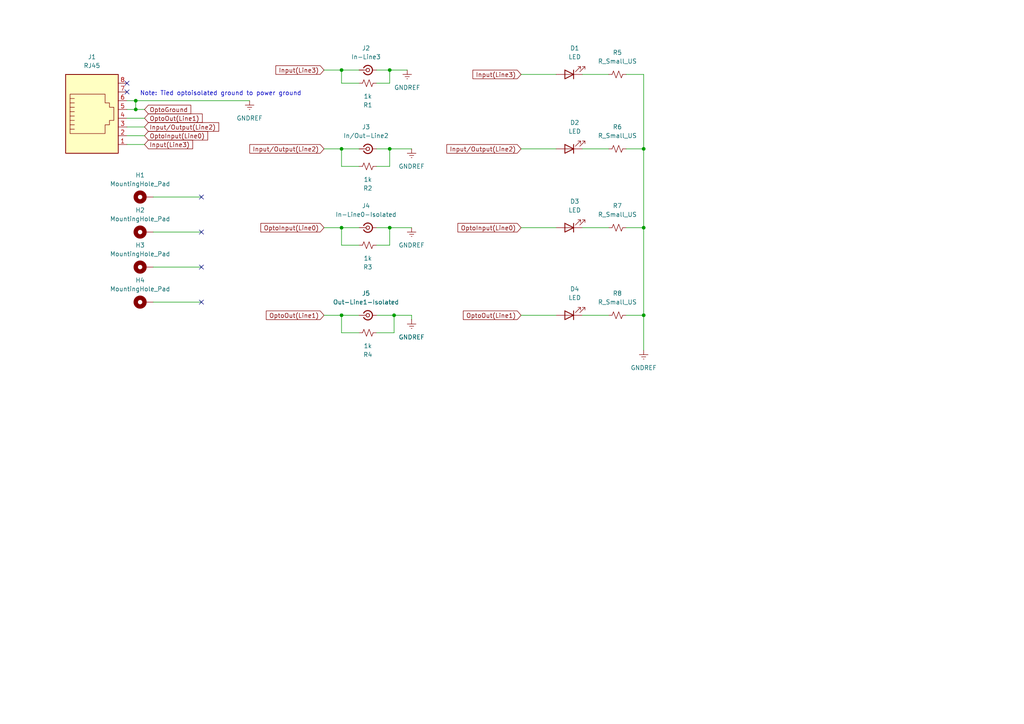
<source format=kicad_sch>
(kicad_sch (version 20231120) (generator "eeschema") (generator_version "8.0")
  (paper "A4")
  (title_block (date "2024-10-15") (rev "v1.1"))
  (lib_symbols
    (symbol "Connector:Conn_Coaxial_Small" (pin_numbers hide) (pin_names (offset 1.016) hide)
      (property "Reference" "J" (at 0.254 3.048 0))
      (property "Value" "Conn_Coaxial_Small" (at 0 -3.81 0))
      (symbol "Conn_Coaxial_Small_0_1"
        (polyline (pts (xy -2.54 0) (xy -0.508 0)))
        (circle (center 0 0) (radius 0.508) (stroke (width 0.2032)))
      )
      (symbol "Conn_Coaxial_Small_1_1"
        (arc (start -1.1916 -0.6311) (mid 0.327 -1.3081) (end 1.3484 0.0039) (stroke (width 0.3048)))
        (arc (start 1.3484 -0.0039) (mid 0.327 1.3081) (end -1.1916 0.6311) (stroke (width 0.3048)))
        (pin passive line (at -2.54 0 0) (length 1.27) (name "In") (number "1"))
        (pin passive line (at 2.54 0 180) (length 1.27) (name "Ext") (number "2"))
      )
    )
    (symbol "Connector:RJ45" (pin_names (offset 1.016))
      (property "Reference" "J" (at -5.08 13.97 0))
      (property "Value" "RJ45" (at 2.54 13.97 0))
      (symbol "RJ45_0_1"
        (polyline (pts (xy -5.08 4.445) (xy -6.35 4.445)))
        (polyline (pts (xy -5.08 5.715) (xy -6.35 5.715)))
        (polyline (pts (xy -6.35 -3.175) (xy -5.08 -3.175) (xy -5.08 -3.175)))
        (polyline (pts (xy -6.35 -1.905) (xy -5.08 -1.905) (xy -5.08 -1.905)))
        (polyline (pts (xy -6.35 -0.635) (xy -5.08 -0.635) (xy -5.08 -0.635)))
        (polyline (pts (xy -6.35 0.635) (xy -5.08 0.635) (xy -5.08 0.635)))
        (polyline (pts (xy -6.35 1.905) (xy -5.08 1.905) (xy -5.08 1.905)))
        (polyline (pts (xy -5.08 3.175) (xy -6.35 3.175) (xy -6.35 3.175)))
        (polyline (pts (xy -6.35 -4.445) (xy -6.35 6.985) (xy 3.81 6.985) (xy 3.81 4.445) (xy 5.08 4.445) (xy 5.08 3.175) (xy 6.35 3.175) (xy 6.35 -0.635) (xy 5.08 -0.635) (xy 5.08 -1.905) (xy 3.81 -1.905) (xy 3.81 -4.445) (xy -6.35 -4.445) (xy -6.35 -4.445)))
        (rectangle (start 7.62 12.7) (end -7.62 -10.16) (stroke (width 0.254)) (fill (type background)))
      )
      (symbol "RJ45_1_1"
        (pin passive line (at 10.16 -7.62 180) (length 2.54) (name "~") (number "1"))
        (pin passive line (at 10.16 -5.08 180) (length 2.54) (name "~") (number "2"))
        (pin passive line (at 10.16 -2.54 180) (length 2.54) (name "~") (number "3"))
        (pin passive line (at 10.16 0 180) (length 2.54) (name "~") (number "4"))
        (pin passive line (at 10.16 2.54 180) (length 2.54) (name "~") (number "5"))
        (pin passive line (at 10.16 5.08 180) (length 2.54) (name "~") (number "6"))
        (pin passive line (at 10.16 7.62 180) (length 2.54) (name "~") (number "7"))
        (pin passive line (at 10.16 10.16 180) (length 2.54) (name "~") (number "8"))
      )
    )
    (symbol "Device:LED" (pin_numbers hide) (pin_names (offset 1.016) hide)
      (property "Reference" "D" (at 0 2.54 0))
      (property "Value" "LED" (at 0 -2.54 0))
      (symbol "LED_0_1"
        (polyline (pts (xy -1.27 -1.27) (xy -1.27 1.27)) (stroke (width 0.254)))
        (polyline (pts (xy -1.27 0) (xy 1.27 0)))
        (polyline (pts (xy 1.27 -1.27) (xy 1.27 1.27) (xy -1.27 0) (xy 1.27 -1.27)) (stroke (width 0.254)))
        (polyline (pts (xy -3.048 -0.762) (xy -4.572 -2.286) (xy -3.81 -2.286) (xy -4.572 -2.286) (xy -4.572 -1.524)))
        (polyline (pts (xy -1.778 -0.762) (xy -3.302 -2.286) (xy -2.54 -2.286) (xy -3.302 -2.286) (xy -3.302 -1.524)))
      )
      (symbol "LED_1_1"
        (pin passive line (at -3.81 0 0) (length 2.54) (name "K") (number "1"))
        (pin passive line (at 3.81 0 180) (length 2.54) (name "A") (number "2"))
      )
    )
    (symbol "Device:R_Small_US" (pin_numbers hide) (pin_names (offset 0.254) hide)
      (property "Reference" "R" (at 0.762 0.508 0))
      (property "Value" "R_Small_US" (at 0.762 -1.016 0))
      (symbol "R_Small_US_1_1"
        (polyline (pts (xy 0 0) (xy 1.016 -0.381) (xy 0 -0.762) (xy -1.016 -1.143) (xy 0 -1.524)))
        (polyline (pts (xy 0 1.524) (xy 1.016 1.143) (xy 0 0.762) (xy -1.016 0.381) (xy 0 0)))
        (pin passive line (at 0 2.54 270) (length 1.016) (name "~") (number "1"))
        (pin passive line (at 0 -2.54 90) (length 1.016) (name "~") (number "2"))
      )
    )
    (symbol "Mechanical:MountingHole_Pad" (pin_numbers hide) (pin_names (offset 1.016) hide) (exclude_from_sim yes) (in_bom no)
      (property "Reference" "H" (at 0 6.35 0))
      (property "Value" "MountingHole_Pad" (at 0 4.445 0))
      (symbol "MountingHole_Pad_0_1"
        (circle (center 0 1.27) (radius 1.27) (stroke (width 1.27)))
      )
      (symbol "MountingHole_Pad_1_1"
        (pin input line (at 0 -2.54 90) (length 2.54) (name "1") (number "1"))
      )
    )
    (symbol "power:GNDREF" (power) (pin_numbers hide) (pin_names (offset 0) hide)
      (property "Value" "GNDREF" (at 0 -3.81 0))
      (symbol "GNDREF_0_1"
        (polyline (pts (xy -0.635 -1.905) (xy 0.635 -1.905)))
        (polyline (pts (xy -0.127 -2.54) (xy 0.127 -2.54)))
        (polyline (pts (xy 0 -1.27) (xy 0 0)))
        (polyline (pts (xy 1.27 -1.27) (xy -1.27 -1.27)))
      )
      (symbol "GNDREF_1_1"
        (pin power_in line (at 0 0 270) (length 0) (name "~") (number "1"))
      )
    )
  )
  (junction (at 113.03 66.04))
  (junction (at 114.3 91.44))
  (junction (at 113.03 43.18))
  (junction (at 99.06 66.04))
  (junction (at 186.69 91.44))
  (junction (at 39.37 29.21))
  (junction (at 99.06 91.44))
  (junction (at 113.03 20.32))
  (junction (at 186.69 66.04))
  (junction (at 99.06 20.32))
  (junction (at 186.69 43.18))
  (junction (at 99.06 43.18))
  (junction (at 39.37 31.75))
  (no_connect (at 58.42 87.63))
  (no_connect (at 36.83 26.67))
  (no_connect (at 58.42 67.31))
  (no_connect (at 36.83 24.13))
  (no_connect (at 58.42 57.15))
  (no_connect (at 58.42 77.47))
  (wire (pts (xy 39.37 31.75) (xy 41.91 31.75)))
  (wire (pts (xy 151.13 91.44) (xy 161.29 91.44)))
  (wire (pts (xy 93.98 91.44) (xy 99.06 91.44)))
  (wire (pts (xy 168.91 91.44) (xy 176.53 91.44)))
  (wire (pts (xy 44.45 67.31) (xy 58.42 67.31)))
  (wire (pts (xy 36.83 39.37) (xy 41.91 39.37)))
  (wire (pts (xy 109.22 24.13) (xy 113.03 24.13)))
  (wire (pts (xy 168.91 43.18) (xy 176.53 43.18)))
  (wire (pts (xy 99.06 24.13) (xy 99.06 20.32)))
  (wire (pts (xy 186.69 43.18) (xy 186.69 66.04)))
  (wire (pts (xy 109.22 48.26) (xy 113.03 48.26)))
  (wire (pts (xy 36.83 41.91) (xy 41.91 41.91)))
  (wire (pts (xy 104.14 71.12) (xy 99.06 71.12)))
  (wire (pts (xy 109.22 20.32) (xy 113.03 20.32)))
  (wire (pts (xy 36.83 29.21) (xy 39.37 29.21)))
  (wire (pts (xy 186.69 66.04) (xy 186.69 91.44)))
  (wire (pts (xy 113.03 66.04) (xy 119.38 66.04)))
  (wire (pts (xy 151.13 43.18) (xy 161.29 43.18)))
  (wire (pts (xy 39.37 29.21) (xy 39.37 31.75)))
  (wire (pts (xy 114.3 91.44) (xy 109.22 91.44)))
  (wire (pts (xy 114.3 96.52) (xy 114.3 91.44)))
  (wire (pts (xy 36.83 34.29) (xy 41.91 34.29)))
  (wire (pts (xy 36.83 31.75) (xy 39.37 31.75)))
  (wire (pts (xy 113.03 71.12) (xy 113.03 66.04)))
  (wire (pts (xy 58.42 87.63) (xy 44.45 87.63)))
  (wire (pts (xy 104.14 24.13) (xy 99.06 24.13)))
  (wire (pts (xy 181.61 66.04) (xy 186.69 66.04)))
  (wire (pts (xy 99.06 71.12) (xy 99.06 66.04)))
  (wire (pts (xy 181.61 21.59) (xy 186.69 21.59)))
  (wire (pts (xy 99.06 66.04) (xy 104.14 66.04)))
  (wire (pts (xy 151.13 21.59) (xy 161.29 21.59)))
  (wire (pts (xy 186.69 21.59) (xy 186.69 43.18)))
  (wire (pts (xy 99.06 48.26) (xy 99.06 43.18)))
  (wire (pts (xy 36.83 36.83) (xy 41.91 36.83)))
  (wire (pts (xy 44.45 57.15) (xy 58.42 57.15)))
  (wire (pts (xy 151.13 66.04) (xy 161.29 66.04)))
  (wire (pts (xy 93.98 66.04) (xy 99.06 66.04)))
  (wire (pts (xy 119.38 91.44) (xy 114.3 91.44)))
  (wire (pts (xy 93.98 43.18) (xy 99.06 43.18)))
  (wire (pts (xy 109.22 66.04) (xy 113.03 66.04)))
  (wire (pts (xy 109.22 71.12) (xy 113.03 71.12)))
  (wire (pts (xy 39.37 29.21) (xy 72.39 29.21)))
  (wire (pts (xy 99.06 20.32) (xy 104.14 20.32)))
  (wire (pts (xy 119.38 91.44) (xy 119.38 92.71)))
  (wire (pts (xy 113.03 43.18) (xy 119.38 43.18)))
  (wire (pts (xy 186.69 91.44) (xy 186.69 101.6)))
  (wire (pts (xy 99.06 96.52) (xy 99.06 91.44)))
  (wire (pts (xy 104.14 48.26) (xy 99.06 48.26)))
  (wire (pts (xy 109.22 43.18) (xy 113.03 43.18)))
  (wire (pts (xy 113.03 48.26) (xy 113.03 43.18)))
  (wire (pts (xy 181.61 91.44) (xy 186.69 91.44)))
  (wire (pts (xy 113.03 20.32) (xy 118.11 20.32)))
  (wire (pts (xy 99.06 91.44) (xy 104.14 91.44)))
  (wire (pts (xy 99.06 43.18) (xy 104.14 43.18)))
  (wire (pts (xy 113.03 24.13) (xy 113.03 20.32)))
  (wire (pts (xy 104.14 96.52) (xy 99.06 96.52)))
  (wire (pts (xy 109.22 96.52) (xy 114.3 96.52)))
  (wire (pts (xy 44.45 77.47) (xy 58.42 77.47)))
  (wire (pts (xy 93.98 20.32) (xy 99.06 20.32)))
  (wire (pts (xy 181.61 43.18) (xy 186.69 43.18)))
  (wire (pts (xy 168.91 21.59) (xy 176.53 21.59)))
  (wire (pts (xy 168.91 66.04) (xy 176.53 66.04)))
  (text "Note: Tied optoisolated ground to power ground" (at 64.008 27.178 0) (effects (font (size 1.27 1.27))))
  (global_label "Input{slash}Output(Line2)" (shape input) (at 93.98 43.18 180) (property "Intersheetrefs" "${INTERSHEET_REFS}" (effects (hide yes))))
  (global_label "OptoInput(Line0)" (shape input) (at 93.98 66.04 180) (property "Intersheetrefs" "${INTERSHEET_REFS}" (effects (hide yes))))
  (global_label "OptoOut(Line1)" (shape input) (at 151.13 91.44 180) (property "Intersheetrefs" "${INTERSHEET_REFS}" (effects (hide yes))))
  (global_label "OptoInput(Line0)" (shape input) (at 151.13 66.04 180) (property "Intersheetrefs" "${INTERSHEET_REFS}" (effects (hide yes))))
  (global_label "Input(Line3)" (shape input) (at 41.91 41.91 0) (property "Intersheetrefs" "${INTERSHEET_REFS}" (effects (hide yes))))
  (global_label "Input{slash}Output(Line2)" (shape input) (at 41.91 36.83 0) (property "Intersheetrefs" "${INTERSHEET_REFS}" (effects (hide yes))))
  (global_label "Input(Line3)" (shape input) (at 93.98 20.32 180) (property "Intersheetrefs" "${INTERSHEET_REFS}" (effects (hide yes))))
  (global_label "Input{slash}Output(Line2)" (shape input) (at 151.13 43.18 180) (property "Intersheetrefs" "${INTERSHEET_REFS}" (effects (hide yes))))
  (global_label "OptoOut(Line1)" (shape input) (at 93.98 91.44 180) (property "Intersheetrefs" "${INTERSHEET_REFS}" (effects (hide yes))))
  (global_label "OptoInput(Line0)" (shape input) (at 41.91 39.37 0) (property "Intersheetrefs" "${INTERSHEET_REFS}" (effects (hide yes))))
  (global_label "OptoGround" (shape input) (at 41.91 31.75 0) (property "Intersheetrefs" "${INTERSHEET_REFS}" (effects (hide yes))))
  (global_label "Input(Line3)" (shape input) (at 151.13 21.59 180) (property "Intersheetrefs" "${INTERSHEET_REFS}" (effects (hide yes))))
  (global_label "OptoOut(Line1)" (shape input) (at 41.91 34.29 0) (property "Intersheetrefs" "${INTERSHEET_REFS}" (effects (hide yes))))
  (symbol (lib_id "Device:R_Small_US") (at 179.07 66.04 90) (unit 1)
    (property "Reference" "R7" (at 179.07 59.69 90))
    (property "Value" "R_Small_US" (at 179.07 62.23 90))
    (property "Footprint" "Resistor_SMD:R_0805_2012Metric" (effects (hide yes)))
    (property "Description" "Resistor, small US symbol" (effects (hide yes)))
  )
  (symbol (lib_id "Device:R_Small_US") (at 179.07 43.18 90) (unit 1)
    (property "Reference" "R6" (at 179.07 36.83 90))
    (property "Value" "R_Small_US" (at 179.07 39.37 90))
    (property "Footprint" "Resistor_SMD:R_0805_2012Metric" (effects (hide yes)))
    (property "Description" "Resistor, small US symbol" (effects (hide yes)))
  )
  (symbol (lib_id "Device:LED") (at 165.1 43.18 180) (unit 1)
    (property "Reference" "D2" (at 166.6875 35.56 0))
    (property "Value" "LED" (at 166.6875 38.1 0))
    (property "Footprint" "LED_SMD:LED_0805_2012Metric" (effects (hide yes)))
    (property "Description" "Light emitting diode" (effects (hide yes)))
  )
  (symbol (lib_id "Device:LED") (at 165.1 91.44 180) (unit 1)
    (property "Reference" "D4" (at 166.6875 83.82 0))
    (property "Value" "LED" (at 166.6875 86.36 0))
    (property "Footprint" "LED_SMD:LED_0805_2012Metric" (effects (hide yes)))
    (property "Description" "Light emitting diode" (effects (hide yes)))
  )
  (symbol (lib_id "Device:R_Small_US") (at 106.68 48.26 90) (unit 1)
    (property "Reference" "R2" (at 106.68 54.61 90))
    (property "Value" "1k" (at 106.68 52.07 90))
    (property "Footprint" "Resistor_SMD:R_0805_2012Metric" (effects (hide yes)))
    (property "Description" "Resistor, small US symbol" (effects (hide yes)))
  )
  (symbol (lib_id "power:GNDREF") (at 119.38 66.04 0) (unit 1)
    (property "Reference" "#PWR06" (effects (hide yes)))
    (property "Value" "GNDREF" (at 119.38 71.12 0))
    (property "Description" "Power symbol creates a global label with name \"GNDREF\" , reference supply ground" (effects (hide yes)))
  )
  (symbol (lib_id "power:GNDREF") (at 119.38 92.71 0) (unit 1)
    (property "Reference" "#PWR07" (effects (hide yes)))
    (property "Value" "GNDREF" (at 119.38 97.79 0))
    (property "Description" "Power symbol creates a global label with name \"GNDREF\" , reference supply ground" (effects (hide yes)))
  )
  (symbol (lib_id "Mechanical:MountingHole_Pad") (at 41.91 67.31 90) (unit 1) (exclude_from_sim yes) (in_bom no)
    (property "Reference" "H2" (at 40.64 60.96 90))
    (property "Value" "MountingHole_Pad" (at 40.64 63.5 90))
    (property "Footprint" "MountingHole:MountingHole_4.3mm_M4_Pad" (effects (hide yes)))
    (property "Description" "Mounting Hole with connection" (effects (hide yes)))
  )
  (symbol (lib_id "Device:R_Small_US") (at 179.07 21.59 90) (unit 1)
    (property "Reference" "R5" (at 179.07 15.24 90))
    (property "Value" "R_Small_US" (at 179.07 17.78 90))
    (property "Footprint" "Resistor_SMD:R_0805_2012Metric" (effects (hide yes)))
    (property "Description" "Resistor, small US symbol" (effects (hide yes)))
  )
  (symbol (lib_id "Device:R_Small_US") (at 106.68 71.12 90) (unit 1)
    (property "Reference" "R3" (at 106.68 77.47 90))
    (property "Value" "1k" (at 106.68 74.93 90))
    (property "Footprint" "Resistor_SMD:R_0805_2012Metric" (effects (hide yes)))
    (property "Description" "Resistor, small US symbol" (effects (hide yes)))
  )
  (symbol (lib_id "Device:LED") (at 165.1 21.59 180) (unit 1)
    (property "Reference" "D1" (at 166.6875 13.97 0))
    (property "Value" "LED" (at 166.6875 16.51 0))
    (property "Footprint" "LED_SMD:LED_0805_2012Metric" (effects (hide yes)))
    (property "Description" "Light emitting diode" (effects (hide yes)))
  )
  (symbol (lib_id "power:GNDREF") (at 186.69 101.6 0) (unit 1)
    (property "Reference" "#PWR04" (effects (hide yes)))
    (property "Value" "GNDREF" (at 186.69 106.68 0))
    (property "Description" "Power symbol creates a global label with name \"GNDREF\" , reference supply ground" (effects (hide yes)))
  )
  (symbol (lib_id "Mechanical:MountingHole_Pad") (at 41.91 57.15 90) (unit 1) (exclude_from_sim yes) (in_bom no)
    (property "Reference" "H1" (at 40.64 50.8 90))
    (property "Value" "MountingHole_Pad" (at 40.64 53.34 90))
    (property "Footprint" "MountingHole:MountingHole_4.3mm_M4_Pad" (effects (hide yes)))
    (property "Description" "Mounting Hole with connection" (effects (hide yes)))
  )
  (symbol (lib_id "Mechanical:MountingHole_Pad") (at 41.91 87.63 90) (unit 1) (exclude_from_sim yes) (in_bom no)
    (property "Reference" "H4" (at 40.64 81.28 90))
    (property "Value" "MountingHole_Pad" (at 40.64 83.82 90))
    (property "Footprint" "MountingHole:MountingHole_4.3mm_M4_Pad" (effects (hide yes)))
    (property "Description" "Mounting Hole with connection" (effects (hide yes)))
  )
  (symbol (lib_id "power:GNDREF") (at 119.38 43.18 0) (unit 1)
    (property "Reference" "#PWR03" (effects (hide yes)))
    (property "Value" "GNDREF" (at 119.38 48.26 0))
    (property "Description" "Power symbol creates a global label with name \"GNDREF\" , reference supply ground" (effects (hide yes)))
  )
  (symbol (lib_id "power:GNDREF") (at 72.39 29.21 0) (unit 1)
    (property "Reference" "#PWR01" (effects (hide yes)))
    (property "Value" "GNDREF" (at 72.39 34.29 0))
    (property "Description" "Power symbol creates a global label with name \"GNDREF\" , reference supply ground" (effects (hide yes)))
  )
  (symbol (lib_id "Device:R_Small_US") (at 179.07 91.44 90) (unit 1)
    (property "Reference" "R8" (at 179.07 85.09 90))
    (property "Value" "R_Small_US" (at 179.07 87.63 90))
    (property "Footprint" "Resistor_SMD:R_0805_2012Metric" (effects (hide yes)))
    (property "Description" "Resistor, small US symbol" (effects (hide yes)))
  )
  (symbol (lib_id "Connector:Conn_Coaxial_Small") (at 106.68 43.18 0) (unit 1)
    (property "Reference" "J3" (at 106.1604 36.83 0))
    (property "Value" "In/Out-Line2" (at 106.1604 39.37 0))
    (property "Footprint" "Library:LINX_CONBNC002" (effects (hide yes)))
    (property "Description" "small coaxial connector (BNC, SMA, SMB, SMC, Cinch/RCA, LEMO, ...)" (effects (hide yes)))
  )
  (symbol (lib_id "Mechanical:MountingHole_Pad") (at 41.91 77.47 90) (unit 1) (exclude_from_sim yes) (in_bom no)
    (property "Reference" "H3" (at 40.64 71.12 90))
    (property "Value" "MountingHole_Pad" (at 40.64 73.66 90))
    (property "Footprint" "MountingHole:MountingHole_4.3mm_M4_Pad" (effects (hide yes)))
    (property "Description" "Mounting Hole with connection" (effects (hide yes)))
  )
  (symbol (lib_id "power:GNDREF") (at 118.11 20.32 0) (unit 1)
    (property "Reference" "#PWR02" (effects (hide yes)))
    (property "Value" "GNDREF" (at 118.11 25.4 0))
    (property "Description" "Power symbol creates a global label with name \"GNDREF\" , reference supply ground" (effects (hide yes)))
  )
  (symbol (lib_id "Device:LED") (at 165.1 66.04 180) (unit 1)
    (property "Reference" "D3" (at 166.6875 58.42 0))
    (property "Value" "LED" (at 166.6875 60.96 0))
    (property "Footprint" "LED_SMD:LED_0805_2012Metric" (effects (hide yes)))
    (property "Description" "Light emitting diode" (effects (hide yes)))
  )
  (symbol (lib_id "Connector:RJ45") (at 26.67 34.29 0) (unit 1)
    (property "Reference" "J1" (at 26.67 16.51 0))
    (property "Value" "RJ45" (at 26.67 19.05 0))
    (property "Footprint" "Connector_RJ:RJ45_Amphenol_54602-x08_Horizontal" (effects (hide yes)))
    (property "Description" "RJ connector, 8P8C (8 positions 8 connected)" (effects (hide yes)))
  )
  (symbol (lib_id "Connector:Conn_Coaxial_Small") (at 106.68 91.44 0) (unit 1)
    (property "Reference" "J5" (at 106.1604 85.09 0))
    (property "Value" "Out-Line1-Isolated" (at 106.1604 87.63 0))
    (property "Footprint" "Library:LINX_CONBNC002" (effects (hide yes)))
    (property "Description" "small coaxial connector (BNC, SMA, SMB, SMC, Cinch/RCA, LEMO, ...)" (effects (hide yes)))
  )
  (symbol (lib_id "Connector:Conn_Coaxial_Small") (at 106.68 20.32 0) (unit 1)
    (property "Reference" "J2" (at 106.1604 13.97 0))
    (property "Value" "In-Line3" (at 106.1604 16.51 0))
    (property "Footprint" "Library:LINX_CONBNC002" (effects (hide yes)))
    (property "Description" "small coaxial connector (BNC, SMA, SMB, SMC, Cinch/RCA, LEMO, ...)" (effects (hide yes)))
  )
  (symbol (lib_id "Device:R_Small_US") (at 106.68 96.52 90) (unit 1)
    (property "Reference" "R4" (at 106.68 102.87 90))
    (property "Value" "1k" (at 106.68 100.33 90))
    (property "Footprint" "Resistor_SMD:R_0805_2012Metric" (effects (hide yes)))
    (property "Description" "Resistor, small US symbol" (effects (hide yes)))
  )
  (symbol (lib_id "Connector:Conn_Coaxial_Small") (at 106.68 66.04 0) (unit 1)
    (property "Reference" "J4" (at 106.1604 59.69 0))
    (property "Value" "In-Line0-Isolated" (at 106.1604 62.23 0))
    (property "Footprint" "Library:LINX_CONBNC002" (effects (hide yes)))
    (property "Description" "small coaxial connector (BNC, SMA, SMB, SMC, Cinch/RCA, LEMO, ...)" (effects (hide yes)))
  )
  (symbol (lib_id "Device:R_Small_US") (at 106.68 24.13 90) (unit 1)
    (property "Reference" "R1" (at 106.68 30.48 90))
    (property "Value" "1k" (at 106.68 27.94 90))
    (property "Footprint" "Resistor_SMD:R_0805_2012Metric" (effects (hide yes)))
    (property "Description" "Resistor, small US symbol" (effects (hide yes)))
  )
)
</source>
